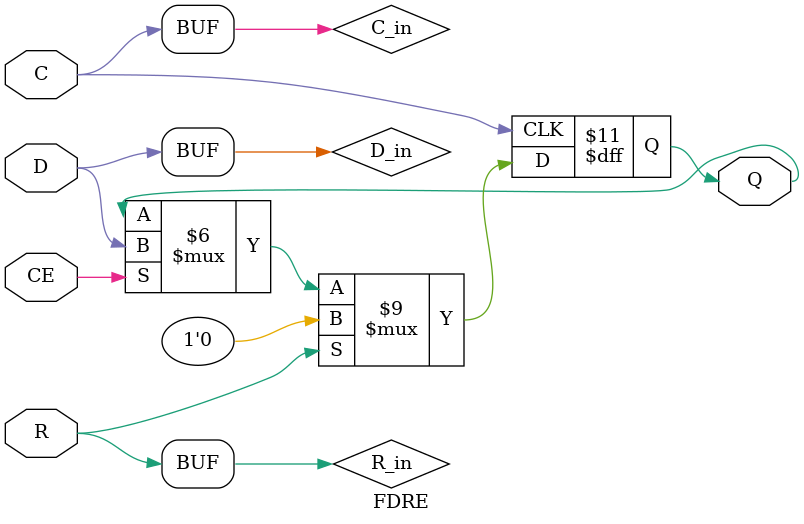
<source format=v>

`timescale  1 ps / 1 ps

`celldefine

module FDRE (Q, C, CE, D, R);

   parameter [0:0] INIT = 1'b0;
   parameter [0:0] IS_C_INVERTED = 1'b0;
   parameter [0:0] IS_D_INVERTED = 1'b0;
   parameter [0:0] IS_R_INVERTED = 1'b0;
   
`ifdef XIL_TIMING //Simprim
   parameter LOC = "UNPLACED";
   parameter MSGON = "TRUE";
   parameter XON = "TRUE";
`endif

    output Q;
  reg    Q = INIT;

    input  C, CE, D, R;
    wire C_in, D_in, R_in;

    assign C_in = C ^ IS_C_INVERTED;
    assign D_in = D ^ IS_D_INVERTED;
    assign R_in = R ^ IS_R_INVERTED;

  always @(posedge C_in)
      if (R_in)
    Q <= 0;
      else if (CE)
    Q <= D_in;

endmodule

`endcelldefine

</source>
